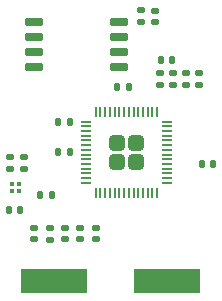
<source format=gbr>
%TF.GenerationSoftware,KiCad,Pcbnew,(6.0.10)*%
%TF.CreationDate,2023-03-03T22:40:34-05:00*%
%TF.ProjectId,module_board,6d6f6475-6c65-45f6-926f-6172642e6b69,rev?*%
%TF.SameCoordinates,Original*%
%TF.FileFunction,Paste,Top*%
%TF.FilePolarity,Positive*%
%FSLAX46Y46*%
G04 Gerber Fmt 4.6, Leading zero omitted, Abs format (unit mm)*
G04 Created by KiCad (PCBNEW (6.0.10)) date 2023-03-03 22:40:34*
%MOMM*%
%LPD*%
G01*
G04 APERTURE LIST*
G04 Aperture macros list*
%AMRoundRect*
0 Rectangle with rounded corners*
0 $1 Rounding radius*
0 $2 $3 $4 $5 $6 $7 $8 $9 X,Y pos of 4 corners*
0 Add a 4 corners polygon primitive as box body*
4,1,4,$2,$3,$4,$5,$6,$7,$8,$9,$2,$3,0*
0 Add four circle primitives for the rounded corners*
1,1,$1+$1,$2,$3*
1,1,$1+$1,$4,$5*
1,1,$1+$1,$6,$7*
1,1,$1+$1,$8,$9*
0 Add four rect primitives between the rounded corners*
20,1,$1+$1,$2,$3,$4,$5,0*
20,1,$1+$1,$4,$5,$6,$7,0*
20,1,$1+$1,$6,$7,$8,$9,0*
20,1,$1+$1,$8,$9,$2,$3,0*%
G04 Aperture macros list end*
%ADD10RoundRect,0.140000X-0.170000X0.140000X-0.170000X-0.140000X0.170000X-0.140000X0.170000X0.140000X0*%
%ADD11RoundRect,0.140000X0.170000X-0.140000X0.170000X0.140000X-0.170000X0.140000X-0.170000X-0.140000X0*%
%ADD12RoundRect,0.140000X-0.140000X-0.170000X0.140000X-0.170000X0.140000X0.170000X-0.140000X0.170000X0*%
%ADD13RoundRect,0.135000X0.185000X-0.135000X0.185000X0.135000X-0.185000X0.135000X-0.185000X-0.135000X0*%
%ADD14R,0.320000X0.320000*%
%ADD15RoundRect,0.135000X-0.185000X0.135000X-0.185000X-0.135000X0.185000X-0.135000X0.185000X0.135000X0*%
%ADD16RoundRect,0.140000X0.140000X0.170000X-0.140000X0.170000X-0.140000X-0.170000X0.140000X-0.170000X0*%
%ADD17RoundRect,0.135000X0.135000X0.185000X-0.135000X0.185000X-0.135000X-0.185000X0.135000X-0.185000X0*%
%ADD18R,5.600000X2.100000*%
%ADD19RoundRect,0.249999X-0.395001X-0.395001X0.395001X-0.395001X0.395001X0.395001X-0.395001X0.395001X0*%
%ADD20RoundRect,0.050000X-0.387500X-0.050000X0.387500X-0.050000X0.387500X0.050000X-0.387500X0.050000X0*%
%ADD21RoundRect,0.050000X-0.050000X-0.387500X0.050000X-0.387500X0.050000X0.387500X-0.050000X0.387500X0*%
%ADD22RoundRect,0.150000X-0.650000X-0.150000X0.650000X-0.150000X0.650000X0.150000X-0.650000X0.150000X0*%
G04 APERTURE END LIST*
D10*
%TO.C,C9*%
X155800000Y-96020000D03*
X155800000Y-96980000D03*
%TD*%
D11*
%TO.C,C4*%
X166000000Y-83880000D03*
X166000000Y-82920000D03*
%TD*%
%TO.C,C5*%
X163800000Y-83880000D03*
X163800000Y-82920000D03*
%TD*%
D10*
%TO.C,C8*%
X153200000Y-96020000D03*
X153200000Y-96980000D03*
%TD*%
D12*
%TO.C,C6*%
X163920000Y-81800000D03*
X164880000Y-81800000D03*
%TD*%
D13*
%TO.C,R3*%
X154500000Y-97010000D03*
X154500000Y-95990000D03*
%TD*%
D11*
%TO.C,C14*%
X163400000Y-78580000D03*
X163400000Y-77620000D03*
%TD*%
D14*
%TO.C,D1*%
X151930000Y-92930000D03*
X151930000Y-92270000D03*
X151270000Y-92270000D03*
X151270000Y-92930000D03*
%TD*%
D15*
%TO.C,R4*%
X151100000Y-89990000D03*
X151100000Y-91010000D03*
%TD*%
D11*
%TO.C,C13*%
X167100000Y-83880000D03*
X167100000Y-82920000D03*
%TD*%
D10*
%TO.C,C12*%
X157100000Y-96020000D03*
X157100000Y-96980000D03*
%TD*%
%TO.C,C3*%
X164900000Y-82920000D03*
X164900000Y-83880000D03*
%TD*%
D16*
%TO.C,C10*%
X156180000Y-89600000D03*
X155220000Y-89600000D03*
%TD*%
D17*
%TO.C,R6*%
X154710000Y-93200000D03*
X153690000Y-93200000D03*
%TD*%
D12*
%TO.C,C11*%
X167400000Y-90606250D03*
X168360000Y-90606250D03*
%TD*%
D18*
%TO.C,Y1*%
X164400000Y-100550000D03*
X154900000Y-100550000D03*
%TD*%
D10*
%TO.C,C2*%
X158400000Y-96020000D03*
X158400000Y-96980000D03*
%TD*%
D15*
%TO.C,R2*%
X162200000Y-77590000D03*
X162200000Y-78610000D03*
%TD*%
D12*
%TO.C,C15*%
X151020000Y-94500000D03*
X151980000Y-94500000D03*
%TD*%
D19*
%TO.C,U1*%
X160200000Y-88812500D03*
X161800000Y-88812500D03*
X160200000Y-90412500D03*
X161800000Y-90412500D03*
D20*
X157562500Y-87012500D03*
X157562500Y-87412500D03*
X157562500Y-87812500D03*
X157562500Y-88212500D03*
X157562500Y-88612500D03*
X157562500Y-89012500D03*
X157562500Y-89412500D03*
X157562500Y-89812500D03*
X157562500Y-90212500D03*
X157562500Y-90612500D03*
X157562500Y-91012500D03*
X157562500Y-91412500D03*
X157562500Y-91812500D03*
X157562500Y-92212500D03*
D21*
X158400000Y-93050000D03*
X158800000Y-93050000D03*
X159200000Y-93050000D03*
X159600000Y-93050000D03*
X160000000Y-93050000D03*
X160400000Y-93050000D03*
X160800000Y-93050000D03*
X161200000Y-93050000D03*
X161600000Y-93050000D03*
X162000000Y-93050000D03*
X162400000Y-93050000D03*
X162800000Y-93050000D03*
X163200000Y-93050000D03*
X163600000Y-93050000D03*
D20*
X164437500Y-92212500D03*
X164437500Y-91812500D03*
X164437500Y-91412500D03*
X164437500Y-91012500D03*
X164437500Y-90612500D03*
X164437500Y-90212500D03*
X164437500Y-89812500D03*
X164437500Y-89412500D03*
X164437500Y-89012500D03*
X164437500Y-88612500D03*
X164437500Y-88212500D03*
X164437500Y-87812500D03*
X164437500Y-87412500D03*
X164437500Y-87012500D03*
D21*
X163600000Y-86175000D03*
X163200000Y-86175000D03*
X162800000Y-86175000D03*
X162400000Y-86175000D03*
X162000000Y-86175000D03*
X161600000Y-86175000D03*
X161200000Y-86175000D03*
X160800000Y-86175000D03*
X160400000Y-86175000D03*
X160000000Y-86175000D03*
X159600000Y-86175000D03*
X159200000Y-86175000D03*
X158800000Y-86175000D03*
X158400000Y-86175000D03*
%TD*%
D12*
%TO.C,C1*%
X160220000Y-84100000D03*
X161180000Y-84100000D03*
%TD*%
D22*
%TO.C,U2*%
X153200000Y-78595000D03*
X153200000Y-79865000D03*
X153200000Y-81135000D03*
X153200000Y-82405000D03*
X160400000Y-82405000D03*
X160400000Y-81135000D03*
X160400000Y-79865000D03*
X160400000Y-78595000D03*
%TD*%
D15*
%TO.C,R5*%
X152300000Y-89990000D03*
X152300000Y-91010000D03*
%TD*%
D16*
%TO.C,C7*%
X156180000Y-87050000D03*
X155220000Y-87050000D03*
%TD*%
M02*

</source>
